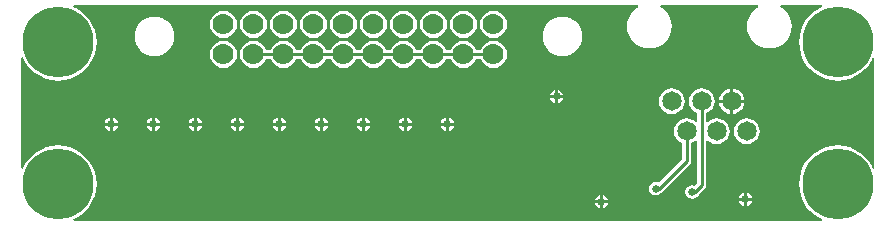
<source format=gbl>
G04*
G04 #@! TF.GenerationSoftware,Altium Limited,Altium Designer,18.0.7 (293)*
G04*
G04 Layer_Physical_Order=2*
G04 Layer_Color=16711680*
%FSLAX25Y25*%
%MOIN*%
G70*
G01*
G75*
%ADD12C,0.01000*%
%ADD29C,0.06500*%
%ADD30C,0.07000*%
%ADD31C,0.23622*%
%ADD32C,0.02500*%
G36*
X268513Y72774D02*
X267788Y72474D01*
X266069Y71420D01*
X264535Y70110D01*
X263226Y68577D01*
X262172Y66858D01*
X261400Y64995D01*
X260930Y63034D01*
X260771Y61024D01*
X260930Y59013D01*
X261400Y57053D01*
X262172Y55190D01*
X263226Y53470D01*
X264535Y51937D01*
X266069Y50627D01*
X267788Y49574D01*
X269651Y48802D01*
X271612Y48331D01*
X273622Y48173D01*
X275632Y48331D01*
X277593Y48802D01*
X279456Y49574D01*
X281175Y50627D01*
X282709Y51937D01*
X284018Y53470D01*
X285072Y55190D01*
X285372Y55914D01*
X285872Y55815D01*
Y18989D01*
X285372Y18889D01*
X285072Y19614D01*
X284018Y21333D01*
X282709Y22866D01*
X281175Y24176D01*
X279456Y25229D01*
X277593Y26001D01*
X275632Y26472D01*
X273622Y26630D01*
X271612Y26472D01*
X269651Y26001D01*
X267788Y25229D01*
X266069Y24176D01*
X264535Y22866D01*
X263226Y21333D01*
X262172Y19614D01*
X261400Y17751D01*
X260930Y15790D01*
X260771Y13780D01*
X260930Y11769D01*
X261400Y9809D01*
X262172Y7946D01*
X263226Y6226D01*
X264535Y4693D01*
X266069Y3383D01*
X267788Y2330D01*
X268513Y2029D01*
X268413Y1529D01*
X18989D01*
X18889Y2029D01*
X19614Y2330D01*
X21333Y3383D01*
X22866Y4693D01*
X24176Y6226D01*
X25229Y7946D01*
X26001Y9809D01*
X26472Y11769D01*
X26630Y13780D01*
X26472Y15790D01*
X26001Y17751D01*
X25229Y19614D01*
X24176Y21333D01*
X22866Y22866D01*
X21333Y24176D01*
X19614Y25229D01*
X17751Y26001D01*
X15790Y26472D01*
X13780Y26630D01*
X11769Y26472D01*
X9809Y26001D01*
X7946Y25229D01*
X6226Y24176D01*
X4693Y22866D01*
X3383Y21333D01*
X2330Y19614D01*
X2029Y18889D01*
X1529Y18989D01*
Y55815D01*
X2029Y55914D01*
X2330Y55190D01*
X3383Y53470D01*
X4693Y51937D01*
X6226Y50627D01*
X7946Y49574D01*
X9809Y48802D01*
X11769Y48331D01*
X13780Y48173D01*
X15790Y48331D01*
X17751Y48802D01*
X19614Y49574D01*
X21333Y50627D01*
X22866Y51937D01*
X24176Y53470D01*
X25229Y55190D01*
X26001Y57053D01*
X26472Y59013D01*
X26630Y61024D01*
X26472Y63034D01*
X26001Y64995D01*
X25229Y66858D01*
X24176Y68577D01*
X22866Y70110D01*
X21333Y71420D01*
X19614Y72474D01*
X18889Y72774D01*
X18989Y73274D01*
X207063D01*
X207188Y72774D01*
X206715Y72521D01*
X205589Y71596D01*
X204664Y70470D01*
X203977Y69184D01*
X203554Y67789D01*
X203411Y66339D01*
X203554Y64888D01*
X203977Y63493D01*
X204664Y62208D01*
X205589Y61081D01*
X206715Y60156D01*
X208001Y59469D01*
X209396Y59046D01*
X210846Y58903D01*
X212297Y59046D01*
X213692Y59469D01*
X214978Y60156D01*
X216104Y61081D01*
X217029Y62208D01*
X217716Y63493D01*
X218139Y64888D01*
X218282Y66339D01*
X218139Y67789D01*
X217716Y69184D01*
X217029Y70470D01*
X216104Y71596D01*
X214978Y72521D01*
X214505Y72774D01*
X214630Y73274D01*
X247063D01*
X247188Y72774D01*
X246715Y72521D01*
X245588Y71596D01*
X244664Y70470D01*
X243977Y69184D01*
X243553Y67789D01*
X243411Y66339D01*
X243553Y64888D01*
X243977Y63493D01*
X244664Y62208D01*
X245588Y61081D01*
X246715Y60156D01*
X248001Y59469D01*
X249396Y59046D01*
X250847Y58903D01*
X252297Y59046D01*
X253692Y59469D01*
X254978Y60156D01*
X256104Y61081D01*
X257029Y62208D01*
X257716Y63493D01*
X258139Y64888D01*
X258282Y66339D01*
X258139Y67789D01*
X257716Y69184D01*
X257029Y70470D01*
X256104Y71596D01*
X254978Y72521D01*
X254505Y72774D01*
X254630Y73274D01*
X268413D01*
X268513Y72774D01*
D02*
G37*
%LPC*%
G36*
X158898Y71468D02*
X157723Y71313D01*
X156628Y70860D01*
X155688Y70139D01*
X154967Y69199D01*
X154514Y68104D01*
X154359Y66929D01*
X154514Y65754D01*
X154967Y64660D01*
X155688Y63720D01*
X156628Y62998D01*
X157723Y62545D01*
X158898Y62390D01*
X160072Y62545D01*
X161167Y62998D01*
X162107Y63720D01*
X162828Y64660D01*
X163282Y65754D01*
X163436Y66929D01*
X163282Y68104D01*
X162828Y69199D01*
X162107Y70139D01*
X161167Y70860D01*
X160072Y71313D01*
X158898Y71468D01*
D02*
G37*
G36*
X148898D02*
X147723Y71313D01*
X146628Y70860D01*
X145688Y70139D01*
X144967Y69199D01*
X144513Y68104D01*
X144359Y66929D01*
X144513Y65754D01*
X144967Y64660D01*
X145688Y63720D01*
X146628Y62998D01*
X147723Y62545D01*
X148898Y62390D01*
X150072Y62545D01*
X151167Y62998D01*
X152107Y63720D01*
X152828Y64660D01*
X153282Y65754D01*
X153437Y66929D01*
X153282Y68104D01*
X152828Y69199D01*
X152107Y70139D01*
X151167Y70860D01*
X150072Y71313D01*
X148898Y71468D01*
D02*
G37*
G36*
X138898D02*
X137723Y71313D01*
X136628Y70860D01*
X135688Y70139D01*
X134967Y69199D01*
X134513Y68104D01*
X134359Y66929D01*
X134513Y65754D01*
X134967Y64660D01*
X135688Y63720D01*
X136628Y62998D01*
X137723Y62545D01*
X138898Y62390D01*
X140072Y62545D01*
X141167Y62998D01*
X142107Y63720D01*
X142828Y64660D01*
X143282Y65754D01*
X143437Y66929D01*
X143282Y68104D01*
X142828Y69199D01*
X142107Y70139D01*
X141167Y70860D01*
X140072Y71313D01*
X138898Y71468D01*
D02*
G37*
G36*
X128898D02*
X127723Y71313D01*
X126628Y70860D01*
X125688Y70139D01*
X124967Y69199D01*
X124513Y68104D01*
X124359Y66929D01*
X124513Y65754D01*
X124967Y64660D01*
X125688Y63720D01*
X126628Y62998D01*
X127723Y62545D01*
X128898Y62390D01*
X130072Y62545D01*
X131167Y62998D01*
X132107Y63720D01*
X132828Y64660D01*
X133282Y65754D01*
X133437Y66929D01*
X133282Y68104D01*
X132828Y69199D01*
X132107Y70139D01*
X131167Y70860D01*
X130072Y71313D01*
X128898Y71468D01*
D02*
G37*
G36*
X118898D02*
X117723Y71313D01*
X116628Y70860D01*
X115688Y70139D01*
X114967Y69199D01*
X114514Y68104D01*
X114359Y66929D01*
X114514Y65754D01*
X114967Y64660D01*
X115688Y63720D01*
X116628Y62998D01*
X117723Y62545D01*
X118898Y62390D01*
X120072Y62545D01*
X121167Y62998D01*
X122107Y63720D01*
X122828Y64660D01*
X123282Y65754D01*
X123436Y66929D01*
X123282Y68104D01*
X122828Y69199D01*
X122107Y70139D01*
X121167Y70860D01*
X120072Y71313D01*
X118898Y71468D01*
D02*
G37*
G36*
X108898D02*
X107723Y71313D01*
X106628Y70860D01*
X105688Y70139D01*
X104967Y69199D01*
X104514Y68104D01*
X104359Y66929D01*
X104514Y65754D01*
X104967Y64660D01*
X105688Y63720D01*
X106628Y62998D01*
X107723Y62545D01*
X108898Y62390D01*
X110072Y62545D01*
X111167Y62998D01*
X112107Y63720D01*
X112828Y64660D01*
X113282Y65754D01*
X113436Y66929D01*
X113282Y68104D01*
X112828Y69199D01*
X112107Y70139D01*
X111167Y70860D01*
X110072Y71313D01*
X108898Y71468D01*
D02*
G37*
G36*
X98898D02*
X97723Y71313D01*
X96628Y70860D01*
X95688Y70139D01*
X94967Y69199D01*
X94513Y68104D01*
X94359Y66929D01*
X94513Y65754D01*
X94967Y64660D01*
X95688Y63720D01*
X96628Y62998D01*
X97723Y62545D01*
X98898Y62390D01*
X100072Y62545D01*
X101167Y62998D01*
X102107Y63720D01*
X102828Y64660D01*
X103282Y65754D01*
X103437Y66929D01*
X103282Y68104D01*
X102828Y69199D01*
X102107Y70139D01*
X101167Y70860D01*
X100072Y71313D01*
X98898Y71468D01*
D02*
G37*
G36*
X88898D02*
X87723Y71313D01*
X86628Y70860D01*
X85688Y70139D01*
X84967Y69199D01*
X84513Y68104D01*
X84359Y66929D01*
X84513Y65754D01*
X84967Y64660D01*
X85688Y63720D01*
X86628Y62998D01*
X87723Y62545D01*
X88898Y62390D01*
X90072Y62545D01*
X91167Y62998D01*
X92107Y63720D01*
X92828Y64660D01*
X93282Y65754D01*
X93436Y66929D01*
X93282Y68104D01*
X92828Y69199D01*
X92107Y70139D01*
X91167Y70860D01*
X90072Y71313D01*
X88898Y71468D01*
D02*
G37*
G36*
X78898D02*
X77723Y71313D01*
X76628Y70860D01*
X75688Y70139D01*
X74967Y69199D01*
X74514Y68104D01*
X74359Y66929D01*
X74514Y65754D01*
X74967Y64660D01*
X75688Y63720D01*
X76628Y62998D01*
X77723Y62545D01*
X78898Y62390D01*
X80072Y62545D01*
X81167Y62998D01*
X82107Y63720D01*
X82828Y64660D01*
X83282Y65754D01*
X83437Y66929D01*
X83282Y68104D01*
X82828Y69199D01*
X82107Y70139D01*
X81167Y70860D01*
X80072Y71313D01*
X78898Y71468D01*
D02*
G37*
G36*
X68898D02*
X67723Y71313D01*
X66628Y70860D01*
X65688Y70139D01*
X64967Y69199D01*
X64513Y68104D01*
X64359Y66929D01*
X64513Y65754D01*
X64967Y64660D01*
X65688Y63720D01*
X66628Y62998D01*
X67723Y62545D01*
X68898Y62390D01*
X70072Y62545D01*
X71167Y62998D01*
X72107Y63720D01*
X72828Y64660D01*
X73282Y65754D01*
X73436Y66929D01*
X73282Y68104D01*
X72828Y69199D01*
X72107Y70139D01*
X71167Y70860D01*
X70072Y71313D01*
X68898Y71468D01*
D02*
G37*
G36*
X158898Y61468D02*
X157723Y61313D01*
X156628Y60860D01*
X155688Y60139D01*
X154967Y59198D01*
X154660Y58459D01*
X153135D01*
X152828Y59198D01*
X152107Y60139D01*
X151167Y60860D01*
X150072Y61313D01*
X148898Y61468D01*
X147723Y61313D01*
X146628Y60860D01*
X145688Y60139D01*
X144967Y59198D01*
X144660Y58459D01*
X143135D01*
X142828Y59198D01*
X142107Y60139D01*
X141167Y60860D01*
X140072Y61313D01*
X138898Y61468D01*
X137723Y61313D01*
X136628Y60860D01*
X135688Y60139D01*
X134967Y59198D01*
X134660Y58459D01*
X133135D01*
X132828Y59198D01*
X132107Y60139D01*
X131167Y60860D01*
X130072Y61313D01*
X128898Y61468D01*
X127723Y61313D01*
X126628Y60860D01*
X125688Y60139D01*
X124967Y59198D01*
X124660Y58459D01*
X123135D01*
X122828Y59198D01*
X122107Y60139D01*
X121167Y60860D01*
X120072Y61313D01*
X118898Y61468D01*
X117723Y61313D01*
X116628Y60860D01*
X115688Y60139D01*
X114967Y59198D01*
X114660Y58459D01*
X113135D01*
X112828Y59198D01*
X112107Y60139D01*
X111167Y60860D01*
X110072Y61313D01*
X108898Y61468D01*
X107723Y61313D01*
X106628Y60860D01*
X105688Y60139D01*
X104967Y59198D01*
X104660Y58459D01*
X103135D01*
X102828Y59198D01*
X102107Y60139D01*
X101167Y60860D01*
X100072Y61313D01*
X98898Y61468D01*
X97723Y61313D01*
X96628Y60860D01*
X95688Y60139D01*
X94967Y59198D01*
X94660Y58459D01*
X93135D01*
X92828Y59198D01*
X92107Y60139D01*
X91167Y60860D01*
X90072Y61313D01*
X88898Y61468D01*
X87723Y61313D01*
X86628Y60860D01*
X85688Y60139D01*
X84967Y59198D01*
X84660Y58459D01*
X83135D01*
X82828Y59198D01*
X82107Y60139D01*
X81167Y60860D01*
X80072Y61313D01*
X78898Y61468D01*
X77723Y61313D01*
X76628Y60860D01*
X75688Y60139D01*
X74967Y59198D01*
X74514Y58104D01*
X74359Y56929D01*
X74514Y55754D01*
X74967Y54660D01*
X75688Y53720D01*
X76628Y52998D01*
X77723Y52545D01*
X78898Y52390D01*
X80072Y52545D01*
X81167Y52998D01*
X82107Y53720D01*
X82828Y54660D01*
X83135Y55400D01*
X84660D01*
X84967Y54660D01*
X85688Y53720D01*
X86628Y52998D01*
X87723Y52545D01*
X88898Y52390D01*
X90072Y52545D01*
X91167Y52998D01*
X92107Y53720D01*
X92828Y54660D01*
X93135Y55400D01*
X94660D01*
X94967Y54660D01*
X95688Y53720D01*
X96628Y52998D01*
X97723Y52545D01*
X98898Y52390D01*
X100072Y52545D01*
X101167Y52998D01*
X102107Y53720D01*
X102828Y54660D01*
X103135Y55400D01*
X104660D01*
X104967Y54660D01*
X105688Y53720D01*
X106628Y52998D01*
X107723Y52545D01*
X108898Y52390D01*
X110072Y52545D01*
X111167Y52998D01*
X112107Y53720D01*
X112828Y54660D01*
X113135Y55400D01*
X114660D01*
X114967Y54660D01*
X115688Y53720D01*
X116628Y52998D01*
X117723Y52545D01*
X118898Y52390D01*
X120072Y52545D01*
X121167Y52998D01*
X122107Y53720D01*
X122828Y54660D01*
X123135Y55400D01*
X124660D01*
X124967Y54660D01*
X125688Y53720D01*
X126628Y52998D01*
X127723Y52545D01*
X128898Y52390D01*
X130072Y52545D01*
X131167Y52998D01*
X132107Y53720D01*
X132828Y54660D01*
X133135Y55400D01*
X134660D01*
X134967Y54660D01*
X135688Y53720D01*
X136628Y52998D01*
X137723Y52545D01*
X138898Y52390D01*
X140072Y52545D01*
X141167Y52998D01*
X142107Y53720D01*
X142828Y54660D01*
X143135Y55400D01*
X144660D01*
X144967Y54660D01*
X145688Y53720D01*
X146628Y52998D01*
X147723Y52545D01*
X148898Y52390D01*
X150072Y52545D01*
X151167Y52998D01*
X152107Y53720D01*
X152828Y54660D01*
X153135Y55400D01*
X154660D01*
X154967Y54660D01*
X155688Y53720D01*
X156628Y52998D01*
X157723Y52545D01*
X158898Y52390D01*
X160072Y52545D01*
X161167Y52998D01*
X162107Y53720D01*
X162828Y54660D01*
X163282Y55754D01*
X163436Y56929D01*
X163282Y58104D01*
X162828Y59198D01*
X162107Y60139D01*
X161167Y60860D01*
X160072Y61313D01*
X158898Y61468D01*
D02*
G37*
G36*
X181898Y69561D02*
X180604Y69434D01*
X179360Y69056D01*
X178213Y68443D01*
X177208Y67619D01*
X176383Y66614D01*
X175770Y65467D01*
X175393Y64223D01*
X175266Y62929D01*
X175393Y61635D01*
X175770Y60391D01*
X176383Y59245D01*
X177208Y58240D01*
X178213Y57415D01*
X179360Y56802D01*
X180604Y56425D01*
X181898Y56297D01*
X183192Y56425D01*
X184436Y56802D01*
X185582Y57415D01*
X186587Y58240D01*
X187412Y59245D01*
X188025Y60391D01*
X188402Y61635D01*
X188530Y62929D01*
X188402Y64223D01*
X188025Y65467D01*
X187412Y66614D01*
X186587Y67619D01*
X185582Y68443D01*
X184436Y69056D01*
X183192Y69434D01*
X181898Y69561D01*
D02*
G37*
G36*
X45898D02*
X44604Y69434D01*
X43360Y69056D01*
X42213Y68443D01*
X41208Y67619D01*
X40383Y66614D01*
X39770Y65467D01*
X39393Y64223D01*
X39266Y62929D01*
X39393Y61635D01*
X39770Y60391D01*
X40383Y59245D01*
X41208Y58240D01*
X42213Y57415D01*
X43360Y56802D01*
X44604Y56425D01*
X45898Y56297D01*
X47192Y56425D01*
X48436Y56802D01*
X49582Y57415D01*
X50587Y58240D01*
X51412Y59245D01*
X52025Y60391D01*
X52402Y61635D01*
X52530Y62929D01*
X52402Y64223D01*
X52025Y65467D01*
X51412Y66614D01*
X50587Y67619D01*
X49582Y68443D01*
X48436Y69056D01*
X47192Y69434D01*
X45898Y69561D01*
D02*
G37*
G36*
X68898Y61468D02*
X67723Y61313D01*
X66628Y60860D01*
X65688Y60139D01*
X64967Y59198D01*
X64513Y58104D01*
X64359Y56929D01*
X64513Y55754D01*
X64967Y54660D01*
X65688Y53720D01*
X66628Y52998D01*
X67723Y52545D01*
X68898Y52390D01*
X70072Y52545D01*
X71167Y52998D01*
X72107Y53720D01*
X72828Y54660D01*
X73282Y55754D01*
X73436Y56929D01*
X73282Y58104D01*
X72828Y59198D01*
X72107Y60139D01*
X71167Y60860D01*
X70072Y61313D01*
X68898Y61468D01*
D02*
G37*
G36*
X180421Y45108D02*
Y43413D01*
X182116D01*
X182041Y43791D01*
X181543Y44536D01*
X180799Y45033D01*
X180421Y45108D01*
D02*
G37*
G36*
X179421D02*
X179043Y45033D01*
X178299Y44536D01*
X177802Y43791D01*
X177727Y43413D01*
X179421D01*
Y45108D01*
D02*
G37*
G36*
X238846Y45559D02*
Y41839D01*
X242567D01*
X242487Y42448D01*
X242059Y43482D01*
X241378Y44370D01*
X240490Y45051D01*
X239456Y45479D01*
X238846Y45559D01*
D02*
G37*
G36*
X237846D02*
X237237Y45479D01*
X236203Y45051D01*
X235315Y44370D01*
X234634Y43482D01*
X234206Y42448D01*
X234126Y41839D01*
X237846D01*
Y45559D01*
D02*
G37*
G36*
X182116Y42413D02*
X180421D01*
Y40719D01*
X180799Y40794D01*
X181543Y41291D01*
X182041Y42035D01*
X182116Y42413D01*
D02*
G37*
G36*
X179421D02*
X177727D01*
X177802Y42035D01*
X178299Y41291D01*
X179043Y40794D01*
X179421Y40719D01*
Y42413D01*
D02*
G37*
G36*
X242567Y40839D02*
X238846D01*
Y37118D01*
X239456Y37198D01*
X240490Y37626D01*
X241378Y38307D01*
X242059Y39195D01*
X242487Y40229D01*
X242567Y40839D01*
D02*
G37*
G36*
X237846D02*
X234126D01*
X234206Y40229D01*
X234634Y39195D01*
X235315Y38307D01*
X236203Y37626D01*
X237237Y37198D01*
X237846Y37118D01*
Y40839D01*
D02*
G37*
G36*
X218347Y45625D02*
X217237Y45479D01*
X216203Y45051D01*
X215315Y44370D01*
X214634Y43482D01*
X214206Y42448D01*
X214060Y41339D01*
X214206Y40229D01*
X214634Y39195D01*
X215315Y38307D01*
X216203Y37626D01*
X217237Y37198D01*
X218347Y37052D01*
X219456Y37198D01*
X220490Y37626D01*
X221378Y38307D01*
X222059Y39195D01*
X222487Y40229D01*
X222633Y41339D01*
X222487Y42448D01*
X222059Y43482D01*
X221378Y44370D01*
X220490Y45051D01*
X219456Y45479D01*
X218347Y45625D01*
D02*
G37*
G36*
X228346D02*
X227237Y45479D01*
X226203Y45051D01*
X225315Y44370D01*
X224634Y43482D01*
X224206Y42448D01*
X224060Y41339D01*
X224206Y40229D01*
X224634Y39195D01*
X225315Y38307D01*
X226203Y37626D01*
X226817Y37372D01*
Y34532D01*
X226317Y34416D01*
X225490Y35051D01*
X224456Y35479D01*
X223346Y35625D01*
X222237Y35479D01*
X221203Y35051D01*
X220315Y34370D01*
X219634Y33482D01*
X219206Y32448D01*
X219060Y31339D01*
X219206Y30229D01*
X219634Y29195D01*
X220315Y28308D01*
X221203Y27626D01*
X221817Y27372D01*
Y22011D01*
X214026Y14220D01*
X213870Y14324D01*
X212992Y14499D01*
X212114Y14324D01*
X211370Y13827D01*
X210873Y13083D01*
X210698Y12205D01*
X210873Y11327D01*
X211370Y10583D01*
X212114Y10085D01*
X212992Y9911D01*
X213870Y10085D01*
X214614Y10583D01*
X214753Y10791D01*
X214758Y10792D01*
X215255Y11123D01*
X224428Y20297D01*
X224759Y20793D01*
X224876Y21378D01*
Y27372D01*
X225490Y27626D01*
X226317Y28261D01*
X226817Y28145D01*
Y14019D01*
X225963Y13165D01*
X225197Y13318D01*
X224319Y13143D01*
X223575Y12646D01*
X223077Y11902D01*
X222903Y11024D01*
X223077Y10146D01*
X223575Y9402D01*
X224319Y8904D01*
X225197Y8730D01*
X226075Y8904D01*
X226819Y9402D01*
X227316Y10146D01*
X227328Y10204D01*
X229428Y12304D01*
X229759Y12801D01*
X229876Y13386D01*
Y28145D01*
X230376Y28261D01*
X231203Y27626D01*
X232237Y27198D01*
X233347Y27052D01*
X234456Y27198D01*
X235490Y27626D01*
X236378Y28308D01*
X237059Y29195D01*
X237487Y30229D01*
X237633Y31339D01*
X237487Y32448D01*
X237059Y33482D01*
X236378Y34370D01*
X235490Y35051D01*
X234456Y35479D01*
X233347Y35625D01*
X232237Y35479D01*
X231203Y35051D01*
X230376Y34416D01*
X229876Y34532D01*
Y37372D01*
X230490Y37626D01*
X231378Y38307D01*
X232059Y39195D01*
X232487Y40229D01*
X232633Y41339D01*
X232487Y42448D01*
X232059Y43482D01*
X231378Y44370D01*
X230490Y45051D01*
X229456Y45479D01*
X228346Y45625D01*
D02*
G37*
G36*
X144004Y35856D02*
Y34161D01*
X145698D01*
X145623Y34539D01*
X145126Y35284D01*
X144382Y35781D01*
X144004Y35856D01*
D02*
G37*
G36*
X143004D02*
X142626Y35781D01*
X141882Y35284D01*
X141384Y34539D01*
X141309Y34161D01*
X143004D01*
Y35856D01*
D02*
G37*
G36*
X130003D02*
Y34161D01*
X131697D01*
X131622Y34539D01*
X131125Y35284D01*
X130381Y35781D01*
X130003Y35856D01*
D02*
G37*
G36*
X129003D02*
X128625Y35781D01*
X127881Y35284D01*
X127383Y34539D01*
X127308Y34161D01*
X129003D01*
Y35856D01*
D02*
G37*
G36*
X116002D02*
Y34161D01*
X117697D01*
X117621Y34539D01*
X117124Y35284D01*
X116380Y35781D01*
X116002Y35856D01*
D02*
G37*
G36*
X115002D02*
X114624Y35781D01*
X113880Y35284D01*
X113382Y34539D01*
X113307Y34161D01*
X115002D01*
Y35856D01*
D02*
G37*
G36*
X102001D02*
Y34161D01*
X103696D01*
X103620Y34539D01*
X103123Y35284D01*
X102379Y35781D01*
X102001Y35856D01*
D02*
G37*
G36*
X101001D02*
X100623Y35781D01*
X99879Y35284D01*
X99382Y34539D01*
X99306Y34161D01*
X101001D01*
Y35856D01*
D02*
G37*
G36*
X88000D02*
Y34161D01*
X89695D01*
X89619Y34539D01*
X89122Y35284D01*
X88378Y35781D01*
X88000Y35856D01*
D02*
G37*
G36*
X87000D02*
X86622Y35781D01*
X85878Y35284D01*
X85381Y34539D01*
X85305Y34161D01*
X87000D01*
Y35856D01*
D02*
G37*
G36*
X73999D02*
Y34161D01*
X75694D01*
X75618Y34539D01*
X75121Y35284D01*
X74377Y35781D01*
X73999Y35856D01*
D02*
G37*
G36*
X72999D02*
X72621Y35781D01*
X71877Y35284D01*
X71380Y34539D01*
X71304Y34161D01*
X72999D01*
Y35856D01*
D02*
G37*
G36*
X59998D02*
Y34161D01*
X61693D01*
X61617Y34539D01*
X61120Y35284D01*
X60376Y35781D01*
X59998Y35856D01*
D02*
G37*
G36*
X58998D02*
X58620Y35781D01*
X57876Y35284D01*
X57379Y34539D01*
X57303Y34161D01*
X58998D01*
Y35856D01*
D02*
G37*
G36*
X45997D02*
Y34161D01*
X47692D01*
X47616Y34539D01*
X47119Y35284D01*
X46375Y35781D01*
X45997Y35856D01*
D02*
G37*
G36*
X44997D02*
X44619Y35781D01*
X43875Y35284D01*
X43378Y34539D01*
X43302Y34161D01*
X44997D01*
Y35856D01*
D02*
G37*
G36*
X31996D02*
Y34161D01*
X33691D01*
X33615Y34539D01*
X33118Y35284D01*
X32374Y35781D01*
X31996Y35856D01*
D02*
G37*
G36*
X30996D02*
X30618Y35781D01*
X29874Y35284D01*
X29377Y34539D01*
X29301Y34161D01*
X30996D01*
Y35856D01*
D02*
G37*
G36*
X145698Y33161D02*
X144004D01*
Y31467D01*
X144382Y31542D01*
X145126Y32039D01*
X145623Y32783D01*
X145698Y33161D01*
D02*
G37*
G36*
X143004D02*
X141309D01*
X141384Y32783D01*
X141882Y32039D01*
X142626Y31542D01*
X143004Y31467D01*
Y33161D01*
D02*
G37*
G36*
X131697D02*
X130003D01*
Y31467D01*
X130381Y31542D01*
X131125Y32039D01*
X131622Y32783D01*
X131697Y33161D01*
D02*
G37*
G36*
X129003D02*
X127308D01*
X127383Y32783D01*
X127881Y32039D01*
X128625Y31542D01*
X129003Y31467D01*
Y33161D01*
D02*
G37*
G36*
X117697D02*
X116002D01*
Y31467D01*
X116380Y31542D01*
X117124Y32039D01*
X117621Y32783D01*
X117697Y33161D01*
D02*
G37*
G36*
X115002D02*
X113307D01*
X113382Y32783D01*
X113880Y32039D01*
X114624Y31542D01*
X115002Y31467D01*
Y33161D01*
D02*
G37*
G36*
X103696D02*
X102001D01*
Y31467D01*
X102379Y31542D01*
X103123Y32039D01*
X103620Y32783D01*
X103696Y33161D01*
D02*
G37*
G36*
X101001D02*
X99306D01*
X99382Y32783D01*
X99879Y32039D01*
X100623Y31542D01*
X101001Y31467D01*
Y33161D01*
D02*
G37*
G36*
X89695D02*
X88000D01*
Y31467D01*
X88378Y31542D01*
X89122Y32039D01*
X89619Y32783D01*
X89695Y33161D01*
D02*
G37*
G36*
X87000D02*
X85305D01*
X85381Y32783D01*
X85878Y32039D01*
X86622Y31542D01*
X87000Y31467D01*
Y33161D01*
D02*
G37*
G36*
X75694D02*
X73999D01*
Y31467D01*
X74377Y31542D01*
X75121Y32039D01*
X75618Y32783D01*
X75694Y33161D01*
D02*
G37*
G36*
X72999D02*
X71304D01*
X71380Y32783D01*
X71877Y32039D01*
X72621Y31542D01*
X72999Y31467D01*
Y33161D01*
D02*
G37*
G36*
X61693D02*
X59998D01*
Y31467D01*
X60376Y31542D01*
X61120Y32039D01*
X61617Y32783D01*
X61693Y33161D01*
D02*
G37*
G36*
X58998D02*
X57303D01*
X57379Y32783D01*
X57876Y32039D01*
X58620Y31542D01*
X58998Y31467D01*
Y33161D01*
D02*
G37*
G36*
X47692D02*
X45997D01*
Y31467D01*
X46375Y31542D01*
X47119Y32039D01*
X47616Y32783D01*
X47692Y33161D01*
D02*
G37*
G36*
X44997D02*
X43302D01*
X43378Y32783D01*
X43875Y32039D01*
X44619Y31542D01*
X44997Y31467D01*
Y33161D01*
D02*
G37*
G36*
X33691D02*
X31996D01*
Y31467D01*
X32374Y31542D01*
X33118Y32039D01*
X33615Y32783D01*
X33691Y33161D01*
D02*
G37*
G36*
X30996D02*
X29301D01*
X29377Y32783D01*
X29874Y32039D01*
X30618Y31542D01*
X30996Y31467D01*
Y33161D01*
D02*
G37*
G36*
X243347Y35625D02*
X242237Y35479D01*
X241203Y35051D01*
X240315Y34370D01*
X239634Y33482D01*
X239206Y32448D01*
X239060Y31339D01*
X239206Y30229D01*
X239634Y29195D01*
X240315Y28308D01*
X241203Y27626D01*
X242237Y27198D01*
X243347Y27052D01*
X244456Y27198D01*
X245490Y27626D01*
X246378Y28308D01*
X247059Y29195D01*
X247487Y30229D01*
X247633Y31339D01*
X247487Y32448D01*
X247059Y33482D01*
X246378Y34370D01*
X245490Y35051D01*
X244456Y35479D01*
X243347Y35625D01*
D02*
G37*
G36*
X243413Y10856D02*
Y9161D01*
X245108D01*
X245033Y9539D01*
X244536Y10284D01*
X243791Y10781D01*
X243413Y10856D01*
D02*
G37*
G36*
X242413D02*
X242036Y10781D01*
X241291Y10284D01*
X240794Y9539D01*
X240719Y9161D01*
X242413D01*
Y10856D01*
D02*
G37*
G36*
X195382Y10069D02*
Y8374D01*
X197076D01*
X197001Y8752D01*
X196504Y9496D01*
X195760Y9994D01*
X195382Y10069D01*
D02*
G37*
G36*
X194382D02*
X194004Y9994D01*
X193260Y9496D01*
X192762Y8752D01*
X192687Y8374D01*
X194382D01*
Y10069D01*
D02*
G37*
G36*
X245108Y8161D02*
X243413D01*
Y6467D01*
X243791Y6542D01*
X244536Y7039D01*
X245033Y7784D01*
X245108Y8161D01*
D02*
G37*
G36*
X242413D02*
X240719D01*
X240794Y7784D01*
X241291Y7039D01*
X242036Y6542D01*
X242413Y6467D01*
Y8161D01*
D02*
G37*
G36*
X197076Y7374D02*
X195382D01*
Y5679D01*
X195760Y5755D01*
X196504Y6252D01*
X197001Y6996D01*
X197076Y7374D01*
D02*
G37*
G36*
X194382D02*
X192687D01*
X192762Y6996D01*
X193260Y6252D01*
X194004Y5755D01*
X194382Y5679D01*
Y7374D01*
D02*
G37*
%LPD*%
D12*
X225197Y11024D02*
X225984D01*
X228346Y13386D01*
Y41339D01*
X148898Y56929D02*
X158898D01*
X138898D02*
X148898D01*
X128898D02*
X138898D01*
X118898D02*
X128898D01*
X108898D02*
X118898D01*
X98898D02*
X108898D01*
X88898D02*
X98898D01*
X78898D02*
X88898D01*
X223346Y21378D02*
Y31339D01*
X214173Y12205D02*
X223346Y21378D01*
X212992Y12205D02*
X214173D01*
D29*
X218347Y41339D02*
D03*
X228346D02*
D03*
X238347D02*
D03*
X223346Y31339D02*
D03*
X233347D02*
D03*
X243347D02*
D03*
D30*
X68898Y66929D02*
D03*
Y56929D02*
D03*
X78898D02*
D03*
X88898D02*
D03*
X98898D02*
D03*
X108898D02*
D03*
X118898D02*
D03*
X128898D02*
D03*
X138898D02*
D03*
X148898D02*
D03*
X158898D02*
D03*
X78898Y66929D02*
D03*
X88898D02*
D03*
X98898D02*
D03*
X108898D02*
D03*
X118898D02*
D03*
X128898D02*
D03*
X138898D02*
D03*
X148898D02*
D03*
X158898D02*
D03*
D31*
X273622Y61024D02*
D03*
Y13780D02*
D03*
X13780D02*
D03*
Y61024D02*
D03*
D32*
X225197Y11024D02*
D03*
X242913Y8661D02*
D03*
X179921Y42913D02*
D03*
X31496Y33661D02*
D03*
X45497D02*
D03*
X59498D02*
D03*
X73499D02*
D03*
X87500D02*
D03*
X101501D02*
D03*
X115502D02*
D03*
X129503D02*
D03*
X194882Y7874D02*
D03*
X212992Y12205D02*
D03*
X143504Y33661D02*
D03*
M02*

</source>
